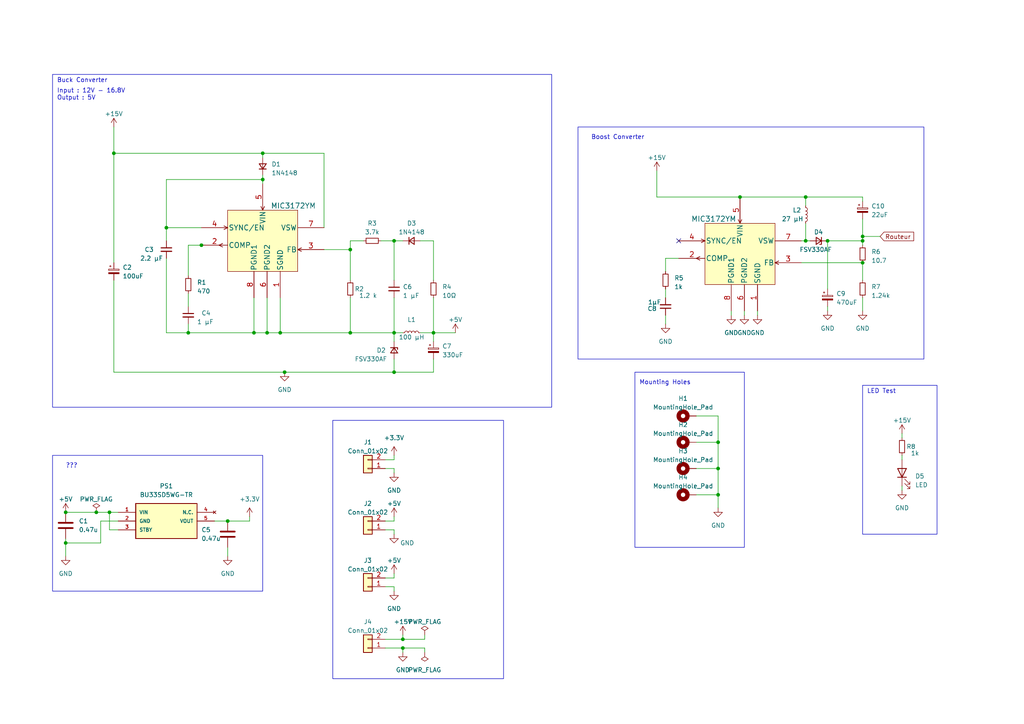
<source format=kicad_sch>
(kicad_sch (version 20230121) (generator eeschema)
  (paper "A4")
  (title_block (title "alimentation"))
  (lib_symbols
    (symbol "BU33SD5WG-TR:BU33SD5WG-TR" (pin_names (offset 1.016))
      (property "Reference" "PS1" (at 13.97 7.62 0))
      (property "Value" "BU33SD5WG-TR" (at 13.97 5.08 0))
      (symbol "BU33SD5WG-TR_0_0"
        (polyline (pts (xy 5.08 2.54) (xy 5.08 -7.62)) (stroke (width 0.254)))
        (rectangle (start 5.08 -7.62) (end 22.86 2.54) (stroke (width 0.254)) (fill (type background)))
        (pin power_in line (at 0 0 0) (length 5.08) (name "VIN") (number "1"))
        (pin power_in line (at 0 -2.54 0) (length 5.08) (name "GND") (number "2"))
        (pin input line (at 0 -5.08 0) (length 5.08) (name "STBY") (number "3"))
        (pin no_connect line (at 27.94 0 180) (length 5.08) (name "N.C.") (number "4"))
        (pin power_out line (at 27.94 -2.54 180) (length 5.08) (name "VOUT") (number "5"))
      )
    )
    (symbol "Connector_Generic:Conn_01x02" (pin_names (offset 1.016) hide)
      (property "Reference" "J" (at 0 2.54 0))
      (property "Value" "Conn_01x02" (at 0 -5.08 0))
      (symbol "Conn_01x02_1_1"
        (rectangle (start -1.27 -2.413) (end 0 -2.667) (stroke (width 0.1524)))
        (rectangle (start -1.27 0.127) (end 0 -0.127) (stroke (width 0.1524)))
        (rectangle (start -1.27 1.27) (end 1.27 -3.81) (stroke (width 0.254)) (fill (type background)))
        (pin passive line (at -5.08 0 0) (length 3.81) (name "Pin_1") (number "1"))
        (pin passive line (at -5.08 -2.54 0) (length 3.81) (name "Pin_2") (number "2"))
      )
    )
    (symbol "Device:C" (pin_numbers hide) (pin_names (offset 0.254))
      (property "Reference" "C" (at 0.635 2.54 0))
      (property "Value" "C" (at 0.635 -2.54 0))
      (symbol "C_0_1"
        (polyline (pts (xy -2.032 -0.762) (xy 2.032 -0.762)) (stroke (width 0.508)))
        (polyline (pts (xy -2.032 0.762) (xy 2.032 0.762)) (stroke (width 0.508)))
      )
      (symbol "C_1_1"
        (pin passive line (at 0 3.81 270) (length 2.794) (name "~") (number "1"))
        (pin passive line (at 0 -3.81 90) (length 2.794) (name "~") (number "2"))
      )
    )
    (symbol "Device:C_Polarized_Small" (pin_numbers hide) (pin_names (offset 0.254) hide)
      (property "Reference" "C" (at 0.254 1.778 0))
      (property "Value" "C_Polarized_Small" (at 0.254 -2.032 0))
      (symbol "C_Polarized_Small_0_1"
        (rectangle (start -1.524 -0.3048) (end 1.524 -0.6858) (fill (type outline)))
        (rectangle (start -1.524 0.6858) (end 1.524 0.3048))
        (polyline (pts (xy -1.27 1.524) (xy -0.762 1.524)))
        (polyline (pts (xy -1.016 1.27) (xy -1.016 1.778)))
      )
      (symbol "C_Polarized_Small_1_1"
        (pin passive line (at 0 2.54 270) (length 1.8542) (name "~") (number "1"))
        (pin passive line (at 0 -2.54 90) (length 1.8542) (name "~") (number "2"))
      )
    )
    (symbol "Device:C_Small" (pin_numbers hide) (pin_names (offset 0.254) hide)
      (property "Reference" "C" (at 0.254 1.778 0))
      (property "Value" "C_Small" (at 0.254 -2.032 0))
      (symbol "C_Small_0_1"
        (polyline (pts (xy -1.524 -0.508) (xy 1.524 -0.508)) (stroke (width 0.3302)))
        (polyline (pts (xy -1.524 0.508) (xy 1.524 0.508)) (stroke (width 0.3048)))
      )
      (symbol "C_Small_1_1"
        (pin passive line (at 0 2.54 270) (length 2.032) (name "~") (number "1"))
        (pin passive line (at 0 -2.54 90) (length 2.032) (name "~") (number "2"))
      )
    )
    (symbol "Device:D_Small" (pin_numbers hide) (pin_names (offset 0.254) hide)
      (property "Reference" "D" (at -1.27 2.032 0))
      (property "Value" "D_Small" (at -3.81 -2.032 0))
      (symbol "D_Small_0_1"
        (polyline (pts (xy -0.762 -1.016) (xy -0.762 1.016)) (stroke (width 0.254)))
        (polyline (pts (xy -0.762 0) (xy 0.762 0)))
        (polyline (pts (xy 0.762 -1.016) (xy -0.762 0) (xy 0.762 1.016) (xy 0.762 -1.016)) (stroke (width 0.254)))
      )
      (symbol "D_Small_1_1"
        (pin passive line (at -2.54 0 0) (length 1.778) (name "K") (number "1"))
        (pin passive line (at 2.54 0 180) (length 1.778) (name "A") (number "2"))
      )
    )
    (symbol "Device:D_Zener_Small" (pin_numbers hide) (pin_names (offset 0.254) hide)
      (property "Reference" "D" (at 0 2.286 0))
      (property "Value" "D_Zener_Small" (at 0 -2.286 0))
      (symbol "D_Zener_Small_0_1"
        (polyline (pts (xy 0.762 0) (xy -0.762 0)))
        (polyline (pts (xy -0.254 1.016) (xy -0.762 1.016) (xy -0.762 -1.016)) (stroke (width 0.254)))
        (polyline (pts (xy 0.762 1.016) (xy -0.762 0) (xy 0.762 -1.016) (xy 0.762 1.016)) (stroke (width 0.254)))
      )
      (symbol "D_Zener_Small_1_1"
        (pin passive line (at -2.54 0 0) (length 1.778) (name "K") (number "1"))
        (pin passive line (at 2.54 0 180) (length 1.778) (name "A") (number "2"))
      )
    )
    (symbol "Device:LED" (pin_numbers hide) (pin_names (offset 1.016) hide)
      (property "Reference" "D" (at 0 2.54 0))
      (property "Value" "LED" (at 0 -2.54 0))
      (symbol "LED_0_1"
        (polyline (pts (xy -1.27 -1.27) (xy -1.27 1.27)) (stroke (width 0.254)))
        (polyline (pts (xy -1.27 0) (xy 1.27 0)))
        (polyline (pts (xy 1.27 -1.27) (xy 1.27 1.27) (xy -1.27 0) (xy 1.27 -1.27)) (stroke (width 0.254)))
        (polyline (pts (xy -3.048 -0.762) (xy -4.572 -2.286) (xy -3.81 -2.286) (xy -4.572 -2.286) (xy -4.572 -1.524)))
        (polyline (pts (xy -1.778 -0.762) (xy -3.302 -2.286) (xy -2.54 -2.286) (xy -3.302 -2.286) (xy -3.302 -1.524)))
      )
      (symbol "LED_1_1"
        (pin passive line (at -3.81 0 0) (length 2.54) (name "K") (number "1"))
        (pin passive line (at 3.81 0 180) (length 2.54) (name "A") (number "2"))
      )
    )
    (symbol "Device:L_Small" (pin_numbers hide) (pin_names (offset 0.254) hide)
      (property "Reference" "L" (at 0.762 1.016 0))
      (property "Value" "L_Small" (at 0.762 -1.016 0))
      (symbol "L_Small_0_1"
        (arc (start 0 -2.032) (mid 0.5058 -1.524) (end 0 -1.016))
        (arc (start 0 -1.016) (mid 0.5058 -0.508) (end 0 0))
        (arc (start 0 0) (mid 0.5058 0.508) (end 0 1.016))
        (arc (start 0 1.016) (mid 0.5058 1.524) (end 0 2.032))
      )
      (symbol "L_Small_1_1"
        (pin passive line (at 0 2.54 270) (length 0.508) (name "~") (number "1"))
        (pin passive line (at 0 -2.54 90) (length 0.508) (name "~") (number "2"))
      )
    )
    (symbol "Device:R_Small" (pin_numbers hide) (pin_names (offset 0.254) hide)
      (property "Reference" "R" (at 0.762 0.508 0))
      (property "Value" "R_Small" (at 0.762 -1.016 0))
      (symbol "R_Small_0_1"
        (rectangle (start -0.762 1.778) (end 0.762 -1.778) (stroke (width 0.2032)))
      )
      (symbol "R_Small_1_1"
        (pin passive line (at 0 2.54 270) (length 0.762) (name "~") (number "1"))
        (pin passive line (at 0 -2.54 90) (length 0.762) (name "~") (number "2"))
      )
    )
    (symbol "MIC3172YM_1" (pin_names (offset 0.254))
      (property "Reference" "U4" (at 62.23 -2.54 0))
      (property "Value" "MIC3172YM" (at 62.23 -5.08 0))
      (symbol "MIC3172YM_1_1_1"
        (polyline (pts (xy 40.64 -16.51) (xy 41.7068 -17.018)) (stroke (width 0.2032)))
        (polyline (pts (xy 40.64 -16.51) (xy 41.7068 -16.002)) (stroke (width 0.2032)))
        (polyline (pts (xy 43.18 -11.43) (xy 42.1132 -11.938)) (stroke (width 0.2032)))
        (polyline (pts (xy 43.18 -11.43) (xy 42.1132 -10.922)) (stroke (width 0.2032)))
        (polyline (pts (xy 53.34 -6.35) (xy 52.832 -5.2832)) (stroke (width 0.2032)))
        (polyline (pts (xy 53.34 -6.35) (xy 53.848 -5.2832)) (stroke (width 0.2032)))
        (polyline (pts (xy 63.5 -17.78) (xy 64.5668 -18.288)) (stroke (width 0.2032)))
        (polyline (pts (xy 63.5 -17.78) (xy 64.5668 -17.272)) (stroke (width 0.2032)))
        (rectangle (start 43.18 -6.35) (end 63.5 -24.13) (fill (type background)))
        (pin power_in line (at 58.42 -31.75 90) (length 7.62) (name "SGND") (number "1"))
        (pin output line (at 35.56 -16.51 0) (length 7.62) (name "COMP") (number "2"))
        (pin input line (at 71.12 -17.78 180) (length 7.62) (name "FB") (number "3"))
        (pin input line (at 35.56 -11.43 0) (length 7.62) (name "SYNC/EN") (number "4"))
        (pin input line (at 53.34 1.27 270) (length 7.62) (name "VIN") (number "5"))
        (pin power_in line (at 54.61 -31.75 90) (length 7.62) (name "PGND2") (number "6"))
        (pin unspecified line (at 71.12 -11.43 180) (length 7.62) (name "VSW") (number "7"))
        (pin power_in line (at 50.8 -31.75 90) (length 7.62) (name "PGND1") (number "8"))
      )
    )
    (symbol "Mechanical:MountingHole_Pad" (pin_numbers hide) (pin_names (offset 1.016) hide)
      (property "Reference" "H" (at 0 6.35 0))
      (property "Value" "MountingHole_Pad" (at 0 4.445 0))
      (symbol "MountingHole_Pad_0_1"
        (circle (center 0 1.27) (radius 1.27) (stroke (width 1.27)))
      )
      (symbol "MountingHole_Pad_1_1"
        (pin input line (at 0 -2.54 90) (length 2.54) (name "1") (number "1"))
      )
    )
    (symbol "power:+15V" (power) (pin_names (offset 0))
      (property "Value" "+15V" (at 0 3.556 0))
      (symbol "+15V_0_1"
        (polyline (pts (xy -0.762 1.27) (xy 0 2.54)))
        (polyline (pts (xy 0 0) (xy 0 2.54)))
        (polyline (pts (xy 0 2.54) (xy 0.762 1.27)))
      )
      (symbol "+15V_1_1"
        (pin power_in line (at 0 0 90) (length 0) hide (name "+15V") (number "1"))
      )
    )
    (symbol "power:+3.3V" (power) (pin_names (offset 0))
      (property "Value" "+3.3V" (at 0 3.556 0))
      (symbol "+3.3V_0_1"
        (polyline (pts (xy -0.762 1.27) (xy 0 2.54)))
        (polyline (pts (xy 0 0) (xy 0 2.54)))
        (polyline (pts (xy 0 2.54) (xy 0.762 1.27)))
      )
      (symbol "+3.3V_1_1"
        (pin power_in line (at 0 0 90) (length 0) hide (name "+3.3V") (number "1"))
      )
    )
    (symbol "power:+5V" (power) (pin_names (offset 0))
      (property "Value" "+5V" (at 0 3.556 0))
      (symbol "+5V_0_1"
        (polyline (pts (xy -0.762 1.27) (xy 0 2.54)))
        (polyline (pts (xy 0 0) (xy 0 2.54)))
        (polyline (pts (xy 0 2.54) (xy 0.762 1.27)))
      )
      (symbol "+5V_1_1"
        (pin power_in line (at 0 0 90) (length 0) hide (name "+5V") (number "1"))
      )
    )
    (symbol "power:GND" (power) (pin_names (offset 0))
      (property "Value" "GND" (at 0 -3.81 0))
      (symbol "GND_0_1"
        (polyline (pts (xy 0 0) (xy 0 -1.27) (xy 1.27 -1.27) (xy 0 -2.54) (xy -1.27 -1.27) (xy 0 -1.27)))
      )
      (symbol "GND_1_1"
        (pin power_in line (at 0 0 270) (length 0) hide (name "GND") (number "1"))
      )
    )
    (symbol "power:PWR_FLAG" (power) (pin_numbers hide) (pin_names (offset 0) hide)
      (property "Value" "PWR_FLAG" (at 0 3.81 0))
      (symbol "PWR_FLAG_0_0"
        (pin power_out line (at 0 0 90) (length 0) (name "pwr") (number "1"))
      )
      (symbol "PWR_FLAG_0_1"
        (polyline (pts (xy 0 0) (xy 0 1.27) (xy -1.016 1.905) (xy 0 2.54) (xy 1.016 1.905) (xy 0 1.27)))
      )
    )
  )
  (junction (at 116.84 187.96))
  (junction (at 233.68 69.85))
  (junction (at 114.3 69.85))
  (junction (at 250.19 68.58))
  (junction (at 31.75 148.59))
  (junction (at 208.28 135.89))
  (junction (at 19.05 157.48))
  (junction (at 114.3 107.95))
  (junction (at 73.66 96.52))
  (junction (at 76.2 52.07))
  (junction (at 82.55 107.95))
  (junction (at 58.42 71.12))
  (junction (at 208.28 143.51))
  (junction (at 250.19 76.2))
  (junction (at 233.68 57.15))
  (junction (at 250.19 69.85))
  (junction (at 114.3 96.52))
  (junction (at 81.28 96.52))
  (junction (at 54.61 96.52))
  (junction (at 214.63 57.15))
  (junction (at 33.02 44.45))
  (junction (at 66.04 151.13))
  (junction (at 101.6 96.52))
  (junction (at 27.94 148.59))
  (junction (at 240.03 69.85))
  (junction (at 77.47 96.52))
  (junction (at 76.2 44.45))
  (junction (at 125.73 96.52))
  (junction (at 101.6 72.39))
  (junction (at 19.05 148.59))
  (junction (at 48.26 66.04))
  (junction (at 116.84 185.42))
  (junction (at 208.28 128.27))
  (no_connect (at 196.85 69.85))
  (wire (pts (xy 190.5 49.53) (xy 190.5 57.15)))
  (wire (pts (xy 93.98 72.39) (xy 101.6 72.39)))
  (wire (pts (xy 250.19 86.36) (xy 250.19 90.17)))
  (wire (pts (xy 34.29 153.67) (xy 31.75 153.67)))
  (wire (pts (xy 101.6 96.52) (xy 114.3 96.52)))
  (wire (pts (xy 233.68 57.15) (xy 233.68 59.69)))
  (wire (pts (xy 29.21 151.13) (xy 29.21 157.48)))
  (wire (pts (xy 58.42 71.12) (xy 54.61 71.12)))
  (wire (pts (xy 201.93 128.27) (xy 208.28 128.27)))
  (wire (pts (xy 123.19 189.23) (xy 123.19 187.96)))
  (wire (pts (xy 66.04 151.13) (xy 72.39 151.13)))
  (wire (pts (xy 72.39 149.86) (xy 72.39 151.13)))
  (wire (pts (xy 101.6 69.85) (xy 105.41 69.85)))
  (wire (pts (xy 208.28 147.32) (xy 208.28 143.51)))
  (wire (pts (xy 33.02 36.83) (xy 33.02 44.45)))
  (wire (pts (xy 31.75 148.59) (xy 34.29 148.59)))
  (wire (pts (xy 193.04 91.44) (xy 193.04 93.98)))
  (wire (pts (xy 116.84 185.42) (xy 123.19 185.42)))
  (wire (pts (xy 81.28 86.36) (xy 81.28 96.52)))
  (wire (pts (xy 59.69 71.12) (xy 58.42 71.12)))
  (wire (pts (xy 250.19 63.5) (xy 250.19 68.58)))
  (wire (pts (xy 114.3 154.94) (xy 114.3 153.67)))
  (wire (pts (xy 111.76 151.13) (xy 114.3 151.13)))
  (wire (pts (xy 76.2 50.8) (xy 76.2 52.07)))
  (wire (pts (xy 114.3 151.13) (xy 114.3 149.86)))
  (wire (pts (xy 121.92 69.85) (xy 125.73 69.85)))
  (wire (pts (xy 77.47 96.52) (xy 81.28 96.52)))
  (wire (pts (xy 93.98 66.04) (xy 93.98 44.45)))
  (wire (pts (xy 114.3 133.35) (xy 114.3 132.08)))
  (wire (pts (xy 77.47 86.36) (xy 77.47 96.52)))
  (wire (pts (xy 48.26 74.93) (xy 48.26 96.52)))
  (wire (pts (xy 232.41 69.85) (xy 233.68 69.85)))
  (wire (pts (xy 101.6 72.39) (xy 101.6 81.28)))
  (wire (pts (xy 114.3 171.45) (xy 114.3 170.18)))
  (wire (pts (xy 208.28 120.65) (xy 201.93 120.65)))
  (wire (pts (xy 19.05 156.21) (xy 19.05 157.48)))
  (wire (pts (xy 114.3 104.14) (xy 114.3 107.95)))
  (wire (pts (xy 54.61 93.98) (xy 54.61 96.52)))
  (wire (pts (xy 114.3 69.85) (xy 114.3 81.28)))
  (wire (pts (xy 93.98 44.45) (xy 76.2 44.45)))
  (wire (pts (xy 48.26 66.04) (xy 48.26 52.07)))
  (wire (pts (xy 114.3 107.95) (xy 125.73 107.95)))
  (wire (pts (xy 66.04 158.75) (xy 66.04 161.29)))
  (wire (pts (xy 48.26 66.04) (xy 58.42 66.04)))
  (wire (pts (xy 125.73 69.85) (xy 125.73 81.28)))
  (wire (pts (xy 121.92 96.52) (xy 125.73 96.52)))
  (wire (pts (xy 54.61 85.09) (xy 54.61 88.9)))
  (wire (pts (xy 111.76 185.42) (xy 116.84 185.42)))
  (wire (pts (xy 54.61 96.52) (xy 73.66 96.52)))
  (wire (pts (xy 214.63 57.15) (xy 233.68 57.15)))
  (wire (pts (xy 19.05 157.48) (xy 29.21 157.48)))
  (wire (pts (xy 114.3 96.52) (xy 114.3 99.06)))
  (wire (pts (xy 114.3 86.36) (xy 114.3 96.52)))
  (wire (pts (xy 114.3 96.52) (xy 116.84 96.52)))
  (wire (pts (xy 27.94 148.59) (xy 31.75 148.59)))
  (wire (pts (xy 261.62 132.08) (xy 261.62 133.35)))
  (wire (pts (xy 233.68 69.85) (xy 234.95 69.85)))
  (wire (pts (xy 261.62 140.97) (xy 261.62 142.24)))
  (wire (pts (xy 123.19 184.15) (xy 123.19 185.42)))
  (wire (pts (xy 193.04 74.93) (xy 193.04 78.74)))
  (wire (pts (xy 219.71 90.17) (xy 219.71 91.44)))
  (wire (pts (xy 250.19 71.12) (xy 250.19 69.85)))
  (wire (pts (xy 212.09 90.17) (xy 212.09 91.44)))
  (wire (pts (xy 250.19 69.85) (xy 240.03 69.85)))
  (wire (pts (xy 201.93 135.89) (xy 208.28 135.89)))
  (wire (pts (xy 114.3 69.85) (xy 116.84 69.85)))
  (wire (pts (xy 125.73 104.14) (xy 125.73 107.95)))
  (wire (pts (xy 114.3 167.64) (xy 114.3 166.37)))
  (wire (pts (xy 233.68 57.15) (xy 250.19 57.15)))
  (wire (pts (xy 101.6 86.36) (xy 101.6 96.52)))
  (wire (pts (xy 111.76 167.64) (xy 114.3 167.64)))
  (wire (pts (xy 73.66 86.36) (xy 73.66 96.52)))
  (wire (pts (xy 208.28 128.27) (xy 208.28 120.65)))
  (wire (pts (xy 62.23 151.13) (xy 66.04 151.13)))
  (wire (pts (xy 255.27 68.58) (xy 250.19 68.58)))
  (wire (pts (xy 114.3 135.89) (xy 111.76 135.89)))
  (wire (pts (xy 48.26 69.85) (xy 48.26 66.04)))
  (wire (pts (xy 111.76 187.96) (xy 116.84 187.96)))
  (wire (pts (xy 240.03 69.85) (xy 240.03 83.82)))
  (wire (pts (xy 82.55 107.95) (xy 114.3 107.95)))
  (wire (pts (xy 48.26 52.07) (xy 76.2 52.07)))
  (wire (pts (xy 48.26 96.52) (xy 54.61 96.52)))
  (wire (pts (xy 125.73 96.52) (xy 132.08 96.52)))
  (wire (pts (xy 73.66 96.52) (xy 77.47 96.52)))
  (wire (pts (xy 193.04 83.82) (xy 193.04 86.36)))
  (wire (pts (xy 34.29 151.13) (xy 29.21 151.13)))
  (wire (pts (xy 261.62 125.73) (xy 261.62 127)))
  (wire (pts (xy 193.04 74.93) (xy 196.85 74.93)))
  (wire (pts (xy 250.19 76.2) (xy 250.19 81.28)))
  (wire (pts (xy 81.28 96.52) (xy 101.6 96.52)))
  (wire (pts (xy 116.84 185.42) (xy 116.84 184.15)))
  (wire (pts (xy 33.02 81.28) (xy 33.02 107.95)))
  (wire (pts (xy 33.02 44.45) (xy 76.2 44.45)))
  (wire (pts (xy 19.05 157.48) (xy 19.05 161.29)))
  (wire (pts (xy 111.76 133.35) (xy 114.3 133.35)))
  (wire (pts (xy 125.73 96.52) (xy 125.73 99.06)))
  (wire (pts (xy 201.93 143.51) (xy 208.28 143.51)))
  (wire (pts (xy 76.2 52.07) (xy 76.2 53.34)))
  (wire (pts (xy 116.84 187.96) (xy 116.84 189.23)))
  (wire (pts (xy 116.84 187.96) (xy 123.19 187.96)))
  (wire (pts (xy 114.3 170.18) (xy 111.76 170.18)))
  (wire (pts (xy 250.19 57.15) (xy 250.19 58.42)))
  (wire (pts (xy 31.75 148.59) (xy 31.75 153.67)))
  (wire (pts (xy 114.3 137.16) (xy 114.3 135.89)))
  (wire (pts (xy 19.05 148.59) (xy 27.94 148.59)))
  (wire (pts (xy 232.41 76.2) (xy 250.19 76.2)))
  (wire (pts (xy 76.2 44.45) (xy 76.2 45.72)))
  (wire (pts (xy 125.73 86.36) (xy 125.73 96.52)))
  (wire (pts (xy 190.5 57.15) (xy 214.63 57.15)))
  (wire (pts (xy 33.02 107.95) (xy 82.55 107.95)))
  (wire (pts (xy 110.49 69.85) (xy 114.3 69.85)))
  (wire (pts (xy 208.28 143.51) (xy 208.28 135.89)))
  (wire (pts (xy 233.68 64.77) (xy 233.68 69.85)))
  (wire (pts (xy 208.28 135.89) (xy 208.28 128.27)))
  (wire (pts (xy 101.6 69.85) (xy 101.6 72.39)))
  (wire (pts (xy 114.3 153.67) (xy 111.76 153.67)))
  (wire (pts (xy 54.61 71.12) (xy 54.61 80.01)))
  (wire (pts (xy 250.19 68.58) (xy 250.19 69.85)))
  (wire (pts (xy 33.02 44.45) (xy 33.02 76.2)))
  (wire (pts (xy 215.9 90.17) (xy 215.9 91.44)))
  (wire (pts (xy 240.03 88.9) (xy 240.03 90.17)))
  (rectangle (start 15.24 132.08) (end 76.2 171.45))
  (rectangle (start 167.64 36.83) (end 267.97 104.14))
  (rectangle (start 15.24 21.59) (end 160.02 118.11))
  (rectangle (start 96.52 121.92) (end 146.05 196.85))
  (rectangle (start 184.15 107.95) (end 215.9 158.75))
  (rectangle (start 250.19 111.76) (end 271.78 154.94))
  (text "Mounting Holes\n" (at 185.42 111.76 0) (effects (font (size 1.27 1.27)) (justify left bottom)))
  (text "Buck Converter\n" (at 16.51 24.13 0) (effects (font (size 1.27 1.27)) (justify left bottom)))
  (text "Boost Converter\n" (at 171.45 40.64 0) (effects (font (size 1.27 1.27)) (justify left bottom)))
  (text "???\n" (at 19.05 135.89 0) (effects (font (size 1.27 1.27)) (justify left bottom)))
  (text "Input : 12V - 16.8V\nOutput : 5V\n" (at 16.51 29.21 0) (effects (font (size 1.27 1.27)) (justify left bottom)))
  (text "LED Test\n" (at 251.46 114.3 0) (effects (font (size 1.27 1.27)) (justify left bottom)))
  (global_label "Routeur" (shape input) (at 255.27 68.58 0) (property "Intersheetrefs" "${INTERSHEET_REFS}" (effects hide)))
  (symbol (lib_id "Connector_Generic:Conn_01x02") (at 106.68 135.89 180) (unit 1)
    (property "Reference" "J1" (at 106.68 128.27 0))
    (property "Value" "Conn_01x02" (at 106.68 130.81 0))
    (property "Footprint" "Connector_JST:JST_XH_B2B-XH-A_1x02_P2.50mm_Vertical" (effects hide))
  )
  (symbol (lib_id "Device:R_Small") (at 193.04 81.28 0) (unit 1)
    (property "Reference" "R5" (at 195.58 80.645 0) (effects (justify left)))
    (property "Value" "1k" (at 195.58 83.185 0) (effects (justify left)))
    (property "Footprint" "Resistor_SMD:R_0603_1608Metric_Pad0.98x0.95mm_HandSolder" (effects hide))
  )
  (symbol (lib_id "Connector_Generic:Conn_01x02") (at 106.68 153.67 180) (unit 1)
    (property "Reference" "J2" (at 106.68 146.05 0))
    (property "Value" "Conn_01x02" (at 106.68 148.59 0))
    (property "Footprint" "Connector_JST:JST_XH_B2B-XH-A_1x02_P2.50mm_Vertical" (effects hide))
  )
  (symbol (lib_id "power:GND") (at 215.9 91.44 0) (unit 1)
    (property "Reference" "#PWR018" (effects hide))
    (property "Value" "GND" (at 215.9 96.52 0))
  )
  (symbol (lib_id "Mechanical:MountingHole_Pad") (at 199.39 135.89 90) (unit 1)
    (property "Reference" "H3" (at 198.12 130.81 90))
    (property "Value" "MountingHole_Pad" (at 198.12 133.35 90))
    (property "Footprint" "MountingHole:MountingHole_3.2mm_M3_Pad_Via" (effects hide))
  )
  (symbol (lib_id "power:PWR_FLAG") (at 123.19 184.15 0) (unit 1)
    (property "Reference" "#FLG02" (effects hide))
    (property "Value" "PWR_FLAG" (at 123.19 180.34 0))
  )
  (symbol (lib_id "Device:C_Small") (at 114.3 83.82 0) (unit 1)
    (property "Reference" "C6" (at 116.84 83.1913 0) (effects (justify left)))
    (property "Value" "1 µF" (at 116.84 85.7313 0) (effects (justify left)))
    (property "Footprint" "Capacitor_SMD:C_0603_1608Metric_Pad1.08x0.95mm_HandSolder" (effects hide))
  )
  (symbol (lib_id "Device:D_Small") (at 119.38 69.85 0) (unit 1)
    (property "Reference" "D3" (at 119.38 64.77 0))
    (property "Value" "1N4148" (at 119.38 67.31 0))
    (property "Footprint" "Diode_SMD:D_SOD-323F" (effects hide))
    (property "Sim.Device" "D" (effects hide))
    (property "Sim.Pins" "1=K 2=A" (effects hide))
  )
  (symbol (lib_id "power:GND") (at 208.28 147.32 0) (unit 1)
    (property "Reference" "#PWR016" (effects hide))
    (property "Value" "GND" (at 208.28 152.4 0))
  )
  (symbol (lib_id "power:PWR_FLAG") (at 27.94 148.59 0) (unit 1)
    (property "Reference" "#FLG01" (effects hide))
    (property "Value" "PWR_FLAG" (at 27.94 144.78 0))
  )
  (symbol (lib_id "Device:C_Small") (at 54.61 91.44 0) (unit 1)
    (property "Reference" "C4" (at 58.42 90.8113 0) (effects (justify left)))
    (property "Value" "1 µF" (at 57.15 93.3513 0) (effects (justify left)))
    (property "Footprint" "Capacitor_SMD:C_0603_1608Metric_Pad1.08x0.95mm_HandSolder" (effects hide))
  )
  (symbol (lib_id "power:GND") (at 250.19 90.17 0) (unit 1)
    (property "Reference" "#PWR023" (effects hide))
    (property "Value" "GND" (at 250.19 95.25 0))
  )
  (symbol (lib_id "Device:C_Polarized_Small") (at 250.19 60.96 0) (unit 1)
    (property "Reference" "C10" (at 252.73 59.7789 0) (effects (justify left)))
    (property "Value" "22uF" (at 252.73 62.3189 0) (effects (justify left)))
    (property "Footprint" "Capacitor_SMD:CP_Elec_5x5.4" (effects hide))
  )
  (symbol (lib_id "power:GND") (at 261.62 142.24 0) (unit 1)
    (property "Reference" "#PWR025" (effects hide))
    (property "Value" "GND" (at 261.62 147.32 0))
  )
  (symbol (lib_id "power:+15V") (at 261.62 125.73 0) (unit 1)
    (property "Reference" "#PWR024" (effects hide))
    (property "Value" "+15V" (at 261.62 121.92 0))
  )
  (symbol (lib_id "Mechanical:MountingHole_Pad") (at 199.39 128.27 90) (unit 1)
    (property "Reference" "H2" (at 198.12 123.19 90))
    (property "Value" "MountingHole_Pad" (at 198.12 125.73 90))
    (property "Footprint" "MountingHole:MountingHole_3.2mm_M3_Pad_Via" (effects hide))
  )
  (symbol (lib_id "BU33SD5WG-TR:BU33SD5WG-TR") (at 34.29 148.59 0) (unit 1)
    (property "Reference" "PS1" (at 48.26 140.97 0))
    (property "Value" "BU33SD5WG-TR" (at 48.26 143.51 0))
    (property "Footprint" "diode:SSOP5_ROM" (effects hide))
    (property "Manufacturer_Part_Number" "BU33SD5WG-TR" (effects hide))
    (property "Manufacturer_Name" "ROHM Semiconductor" (effects hide))
    (property "Mouser_Price-Stock" "https://www.mouser.co.uk/ProductDetail/ROHM-Semiconductor/BU33SD5WG-TR?qs=%2FKR40Cd6GUrQDzRkUEt69Q%3D%3D" (effects hide))
    (property "Height" "1.25mm" (effects hide))
    (property "Mouser_Part_Number" "755-BU33SD5WG-TR" (effects hide))
    (property "Description" "LDO regulator,3.3V,0.5A,standby,SSOP5 ROHM BU33SD5WG-TR, LDO Voltage Regulator, 0.5A, 3.3 V +/-2%, 1.7  6 Vin, 5-Pin SSOP" (effects hide))
  )
  (symbol (lib_id "power:+15V") (at 190.5 49.53 0) (unit 1)
    (property "Reference" "#PWR014" (effects hide))
    (property "Value" "+15V" (at 190.5 45.72 0))
  )
  (symbol (lib_id "Device:C") (at 19.05 152.4 0) (unit 1)
    (property "Reference" "C1" (at 22.86 151.1299 0) (effects (justify left)))
    (property "Value" "0.47u" (at 22.86 153.6699 0) (effects (justify left)))
    (property "Footprint" "diode:SSOP5_ROM" (effects hide))
  )
  (symbol (lib_id "Device:C_Polarized_Small") (at 240.03 86.36 0) (unit 1)
    (property "Reference" "C9" (at 242.57 85.1789 0) (effects (justify left)))
    (property "Value" "470uF" (at 242.57 87.7189 0) (effects (justify left)))
    (property "Footprint" "Capacitor_SMD:CP_Elec_10x10.5" (effects hide))
  )
  (symbol (lib_id "Device:R_Small") (at 54.61 82.55 0) (unit 1)
    (property "Reference" "R1" (at 57.15 81.915 0) (effects (justify left)))
    (property "Value" "470" (at 57.15 84.455 0) (effects (justify left)))
    (property "Footprint" "Resistor_SMD:R_0603_1608Metric_Pad0.98x0.95mm_HandSolder" (effects hide))
  )
  (symbol (lib_id "power:GND") (at 240.03 90.17 0) (unit 1)
    (property "Reference" "#PWR020" (effects hide))
    (property "Value" "GND" (at 240.03 95.25 0))
  )
  (symbol (lib_id "Device:L_Small") (at 233.68 62.23 0) (unit 1)
    (property "Reference" "L2" (at 231.14 60.96 0))
    (property "Value" "27 µH" (at 229.87 63.5 0))
    (property "Footprint" "Inductor_SMD_Wurth:L_Wurth_WE-LQSH-2512" (effects hide))
  )
  (symbol (lib_id "Device:R_Small") (at 250.19 73.66 0) (unit 1)
    (property "Reference" "R6" (at 252.73 73.025 0) (effects (justify left)))
    (property "Value" "10.7" (at 252.73 75.565 0) (effects (justify left)))
    (property "Footprint" "Resistor_SMD:R_0603_1608Metric_Pad0.98x0.95mm_HandSolder" (effects hide))
  )
  (symbol (lib_id "power:GND") (at 114.3 171.45 0) (unit 1)
    (property "Reference" "#PWR012" (effects hide))
    (property "Value" "GND" (at 114.3 176.53 0))
  )
  (symbol (lib_id "power:GND") (at 66.04 161.29 0) (unit 1)
    (property "Reference" "#PWR04" (effects hide))
    (property "Value" "GND" (at 66.04 166.37 0))
  )
  (symbol (lib_id "Device:C_Small") (at 48.26 72.39 0) (unit 1)
    (property "Reference" "C3" (at 41.91 72.39 0) (effects (justify left)))
    (property "Value" "2.2 µF" (at 40.64 74.93 0) (effects (justify left)))
    (property "Footprint" "Capacitor_SMD:C_0603_1608Metric_Pad1.08x0.95mm_HandSolder" (effects hide))
  )
  (symbol (lib_id "Connector_Generic:Conn_01x02") (at 106.68 187.96 180) (unit 1)
    (property "Reference" "J4" (at 106.68 180.34 0))
    (property "Value" "Conn_01x02" (at 106.68 182.88 0))
    (property "Footprint" "Connector_JST:JST_XH_B2B-XH-A_1x02_P2.50mm_Vertical" (effects hide))
  )
  (symbol (lib_id "Device:D_Zener_Small") (at 114.3 101.6 270) (unit 1)
    (property "Reference" "D2" (at 109.22 101.6 90) (effects (justify left)))
    (property "Value" "FSV330AF" (at 102.87 104.14 90) (effects (justify left)))
    (property "Footprint" "Custom:Diode_Shottky" (effects hide))
  )
  (symbol (lib_id "power:+5V") (at 19.05 148.59 0) (unit 1)
    (property "Reference" "#PWR01" (effects hide))
    (property "Value" "+5V" (at 19.05 144.78 0))
  )
  (symbol (lib_id "Device:R_Small") (at 261.62 129.54 0) (unit 1)
    (property "Reference" "R8" (at 262.89 129.54 0) (effects (justify left)))
    (property "Value" "1k" (at 264.16 131.445 0) (effects (justify left)))
    (property "Footprint" "Resistor_SMD:R_0603_1608Metric_Pad0.98x0.95mm_HandSolder" (effects hide))
  )
  (symbol (lib_id "power:+3.3V") (at 114.3 132.08 0) (unit 1)
    (property "Reference" "#PWR07" (effects hide))
    (property "Value" "+3.3V" (at 114.3 127 0))
  )
  (symbol (lib_id "Mechanical:MountingHole_Pad") (at 199.39 143.51 90) (unit 1)
    (property "Reference" "H4" (at 198.12 138.43 90))
    (property "Value" "MountingHole_Pad" (at 198.12 140.97 90))
    (property "Footprint" "MountingHole:MountingHole_3.2mm_M3_Pad_Via" (effects hide))
  )
  (symbol (lib_name "MIC3172YM_1") (lib_id "2023-04-11_09-44-21:MIC3172YM") (at 161.29 58.42 0) (unit 1)
    (property "Reference" "U2" (effects hide))
    (property "Value" "MIC3172YM" (at 207.01 63.5 0) (effects (font (size 1.524 1.524))))
    (property "Footprint" "Package_SO:SOIC-8-1EP_3.9x4.9mm_P1.27mm_EP2.29x3mm" (effects hide))
  )
  (symbol (lib_id "Connector_Generic:Conn_01x02") (at 106.68 170.18 180) (unit 1)
    (property "Reference" "J3" (at 106.68 162.56 0))
    (property "Value" "Conn_01x02" (at 106.68 165.1 0))
    (property "Footprint" "Connector_JST:JST_XH_B2B-XH-A_1x02_P2.50mm_Vertical" (effects hide))
  )
  (symbol (lib_id "power:+15V") (at 33.02 36.83 0) (unit 1)
    (property "Reference" "#PWR03" (effects hide))
    (property "Value" "+15V" (at 33.02 33.02 0))
  )
  (symbol (lib_id "Device:R_Small") (at 101.6 83.82 0) (unit 1)
    (property "Reference" "R2" (at 102.87 83.82 0) (effects (justify left)))
    (property "Value" "1.2 k" (at 104.14 85.725 0) (effects (justify left)))
    (property "Footprint" "Resistor_SMD:R_0603_1608Metric_Pad0.98x0.95mm_HandSolder" (effects hide))
  )
  (symbol (lib_id "Device:C_Small") (at 193.04 88.9 180) (unit 1)
    (property "Reference" "C8" (at 190.5 89.5287 0) (effects (justify left)))
    (property "Value" "1µF" (at 191.77 87.63 0) (effects (justify left)))
    (property "Footprint" "Capacitor_SMD:C_0603_1608Metric_Pad1.08x0.95mm_HandSolder" (effects hide))
  )
  (symbol (lib_id "power:GND") (at 114.3 154.94 0) (unit 1)
    (property "Reference" "#PWR010" (effects hide))
    (property "Value" "GND" (at 118.11 157.48 0))
  )
  (symbol (lib_id "power:+3.3V") (at 72.39 149.86 0) (unit 1)
    (property "Reference" "#PWR05" (effects hide))
    (property "Value" "+3.3V" (at 72.39 144.78 0))
  )
  (symbol (lib_id "power:+5V") (at 114.3 166.37 0) (unit 1)
    (property "Reference" "#PWR011" (effects hide))
    (property "Value" "+5V" (at 114.3 162.56 0))
  )
  (symbol (lib_id "power:GND") (at 212.09 91.44 0) (unit 1)
    (property "Reference" "#PWR017" (effects hide))
    (property "Value" "GND" (at 212.09 96.52 0))
  )
  (symbol (lib_id "power:+5V") (at 132.08 96.52 0) (unit 1)
    (property "Reference" "#PWR013" (effects hide))
    (property "Value" "+5V" (at 132.08 92.71 0))
  )
  (symbol (lib_id "power:GND") (at 193.04 93.98 0) (unit 1)
    (property "Reference" "#PWR015" (effects hide))
    (property "Value" "GND" (at 193.04 99.06 0))
  )
  (symbol (lib_id "Device:R_Small") (at 125.73 83.82 0) (unit 1)
    (property "Reference" "R4" (at 128.27 83.185 0) (effects (justify left)))
    (property "Value" "10Ω" (at 128.27 85.725 0) (effects (justify left)))
    (property "Footprint" "Resistor_SMD:R_0603_1608Metric_Pad0.98x0.95mm_HandSolder" (effects hide))
  )
  (symbol (lib_id "Device:LED") (at 261.62 137.16 90) (unit 1)
    (property "Reference" "D5" (at 265.43 138.1125 90) (effects (justify right)))
    (property "Value" "LED" (at 265.43 140.6525 90) (effects (justify right)))
    (property "Footprint" "LED_SMD:LED_0603_1608Metric_Pad1.05x0.95mm_HandSolder" (effects hide))
  )
  (symbol (lib_id "power:PWR_FLAG") (at 123.19 189.23 180) (unit 1)
    (property "Reference" "#FLG03" (effects hide))
    (property "Value" "PWR_FLAG" (at 123.19 194.31 0))
  )
  (symbol (lib_id "Device:L_Small") (at 119.38 96.52 90) (unit 1)
    (property "Reference" "L1" (at 119.38 92.71 90))
    (property "Value" "100 µH" (at 119.38 97.79 90))
    (property "Footprint" "Inductor_SMD_Wurth:L_Wurth_WE-LQSH-2512" (effects hide))
  )
  (symbol (lib_id "Device:R_Small") (at 107.95 69.85 90) (unit 1)
    (property "Reference" "R3" (at 107.95 64.77 90))
    (property "Value" "3.7k" (at 107.95 67.31 90))
    (property "Footprint" "Resistor_SMD:R_0603_1608Metric_Pad0.98x0.95mm_HandSolder" (effects hide))
  )
  (symbol (lib_id "power:GND") (at 82.55 107.95 0) (unit 1)
    (property "Reference" "#PWR06" (effects hide))
    (property "Value" "GND" (at 82.55 113.03 0))
  )
  (symbol (lib_id "power:GND") (at 19.05 161.29 0) (unit 1)
    (property "Reference" "#PWR02" (effects hide))
    (property "Value" "GND" (at 19.05 166.37 0))
  )
  (symbol (lib_id "power:+15V") (at 116.84 184.15 0) (unit 1)
    (property "Reference" "#PWR021" (effects hide))
    (property "Value" "+15V" (at 116.84 180.34 0))
  )
  (symbol (lib_id "Device:R_Small") (at 250.19 83.82 0) (unit 1)
    (property "Reference" "R7" (at 252.73 83.185 0) (effects (justify left)))
    (property "Value" "1.24k" (at 252.73 85.725 0) (effects (justify left)))
    (property "Footprint" "Resistor_SMD:R_0603_1608Metric_Pad0.98x0.95mm_HandSolder" (effects hide))
  )
  (symbol (lib_id "Device:C_Polarized_Small") (at 125.73 101.6 0) (unit 1)
    (property "Reference" "C7" (at 128.27 100.4189 0) (effects (justify left)))
    (property "Value" "330uF" (at 128.27 102.9589 0) (effects (justify left)))
    (property "Footprint" "Capacitor_SMD:C_0603_1608Metric_Pad1.08x0.95mm_HandSolder" (effects hide))
  )
  (symbol (lib_id "Mechanical:MountingHole_Pad") (at 199.39 120.65 90) (unit 1)
    (property "Reference" "H1" (at 198.12 115.57 90))
    (property "Value" "MountingHole_Pad" (at 198.12 118.11 90))
    (property "Footprint" "MountingHole:MountingHole_3.2mm_M3_Pad_Via" (effects hide))
  )
  (symbol (lib_id "Device:D_Small") (at 76.2 48.26 90) (unit 1)
    (property "Reference" "D1" (at 78.74 47.625 90) (effects (justify right)))
    (property "Value" "1N4148" (at 78.74 50.165 90) (effects (justify right)))
    (property "Footprint" "Diode_SMD:D_SOD-123F" (effects hide))
    (property "Sim.Device" "D" (effects hide))
    (property "Sim.Pins" "1=K 2=A" (effects hide))
  )
  (symbol (lib_id "power:GND") (at 219.71 91.44 0) (unit 1)
    (property "Reference" "#PWR019" (effects hide))
    (property "Value" "GND" (at 219.71 96.52 0))
  )
  (symbol (lib_id "power:+5V") (at 114.3 149.86 0) (unit 1)
    (property "Reference" "#PWR09" (effects hide))
    (property "Value" "+5V" (at 114.3 146.05 0))
  )
  (symbol (lib_id "Device:D_Zener_Small") (at 237.49 69.85 180) (unit 1)
    (property "Reference" "D4" (at 238.76 67.31 0) (effects (justify left)))
    (property "Value" "FSV330AF" (at 241.3 72.39 0) (effects (justify left)))
    (property "Footprint" "Custom:Diode_Shottky" (effects hide))
  )
  (symbol (lib_name "MIC3172YM_1") (lib_id "2023-04-11_09-44-21:MIC3172YM") (at 22.86 54.61 0) (unit 1)
    (property "Reference" "U1" (effects hide))
    (property "Value" "MIC3172YM" (at 85.09 59.69 0) (effects (font (size 1.524 1.524))))
    (property "Footprint" "Package_SO:SOIC-8-1EP_3.9x4.9mm_P1.27mm_EP2.29x3mm" (effects hide))
  )
  (symbol (lib_id "Device:C_Polarized_Small") (at 33.02 78.74 0) (unit 1)
    (property "Reference" "C2" (at 35.56 77.5589 0) (effects (justify left)))
    (property "Value" "100uF" (at 35.56 80.0989 0) (effects (justify left)))
    (property "Footprint" "Capacitor_SMD:CP_Elec_6.3x7.7" (effects hide))
  )
  (symbol (lib_id "Device:C") (at 66.04 154.94 0) (unit 1)
    (property "Reference" "C5" (at 58.42 153.67 0) (effects (justify left)))
    (property "Value" "0.47u" (at 58.42 156.21 0) (effects (justify left)))
    (property "Footprint" "Capacitor_SMD:C_0603_1608Metric_Pad1.08x0.95mm_HandSolder" (effects hide))
  )
  (symbol (lib_id "power:GND") (at 114.3 137.16 0) (unit 1)
    (property "Reference" "#PWR08" (effects hide))
    (property "Value" "GND" (at 114.3 142.24 0))
  )
  (symbol (lib_id "power:GND") (at 116.84 189.23 0) (unit 1)
    (property "Reference" "#PWR022" (effects hide))
    (property "Value" "GND" (at 116.84 194.31 0))
  )
)
</source>
